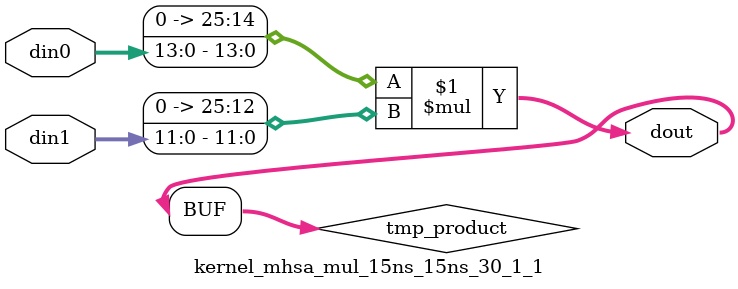
<source format=v>

`timescale 1 ns / 1 ps

 module kernel_mhsa_mul_15ns_15ns_30_1_1(din0, din1, dout);
parameter ID = 1;
parameter NUM_STAGE = 0;
parameter din0_WIDTH = 14;
parameter din1_WIDTH = 12;
parameter dout_WIDTH = 26;

input [din0_WIDTH - 1 : 0] din0; 
input [din1_WIDTH - 1 : 0] din1; 
output [dout_WIDTH - 1 : 0] dout;

wire signed [dout_WIDTH - 1 : 0] tmp_product;
























assign tmp_product = $signed({1'b0, din0}) * $signed({1'b0, din1});











assign dout = tmp_product;





















endmodule

</source>
